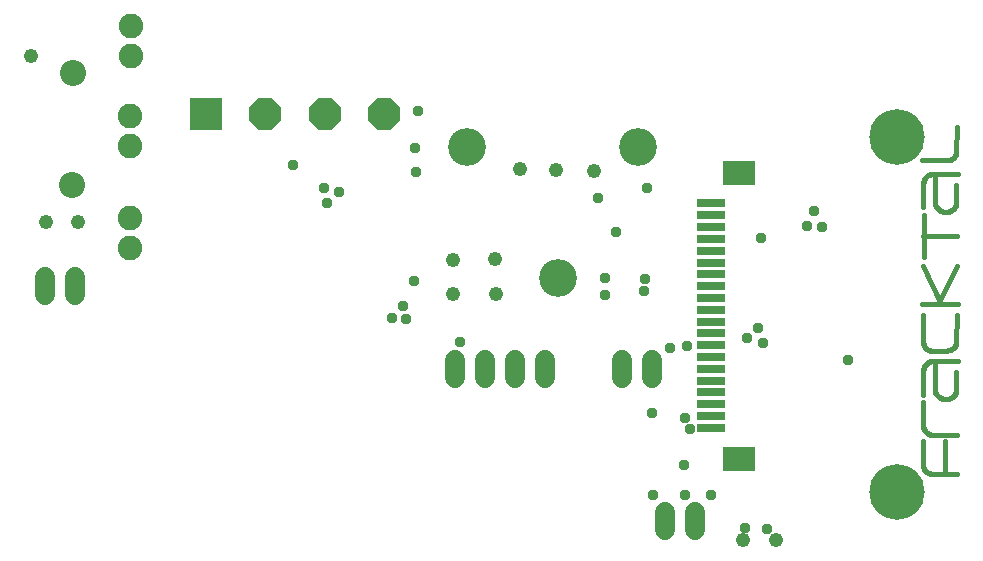
<source format=gbr>
G04 EAGLE Gerber RS-274X export*
G75*
%MOMM*%
%FSLAX34Y34*%
%LPD*%
%INSoldermask Top*%
%IPPOS*%
%AMOC8*
5,1,8,0,0,1.08239X$1,22.5*%
G01*
%ADD10C,3.203200*%
%ADD11C,2.203200*%
%ADD12C,4.703200*%
%ADD13C,2.082800*%
%ADD14R,2.743200X2.743200*%
%ADD15P,2.969212X8X22.500000*%
%ADD16R,2.403200X0.803200*%
%ADD17R,2.803200X2.003200*%
%ADD18C,1.727200*%
%ADD19C,1.219200*%
%ADD20C,0.406400*%
%ADD21C,0.959600*%


D10*
X424942Y254508D03*
X570484Y254508D03*
X502158Y143256D03*
D11*
X91440Y316738D03*
X91186Y221996D03*
D12*
X789432Y262636D03*
X789686Y-37592D03*
D13*
X140716Y331470D03*
X140716Y356870D03*
X139954Y168910D03*
X139954Y194310D03*
X140208Y255270D03*
X140208Y280670D03*
D14*
X204724Y281940D03*
D15*
X254724Y281940D03*
X304724Y281940D03*
X354724Y281940D03*
D16*
X631620Y56544D03*
X631620Y46544D03*
X631620Y66544D03*
X631620Y36544D03*
D17*
X655620Y232544D03*
X655620Y-9456D03*
D16*
X631620Y26544D03*
X631620Y16544D03*
X631620Y76544D03*
X631620Y86544D03*
X631620Y96544D03*
X631620Y106544D03*
X631620Y116544D03*
X631620Y126544D03*
X631620Y136544D03*
X631620Y146544D03*
X631620Y156544D03*
X631620Y166544D03*
X631620Y176544D03*
X631620Y186544D03*
X631620Y196544D03*
X631620Y206544D03*
D18*
X466344Y74168D02*
X466344Y58928D01*
X440944Y58928D02*
X440944Y74168D01*
X415544Y74168D02*
X415544Y58928D01*
X491744Y58928D02*
X491744Y74168D01*
X581660Y74168D02*
X581660Y58928D01*
X556260Y58928D02*
X556260Y74168D01*
X93472Y128778D02*
X93472Y144018D01*
X68072Y144018D02*
X68072Y128778D01*
X617982Y-54356D02*
X617982Y-69596D01*
X592582Y-69596D02*
X592582Y-54356D01*
D19*
X659384Y-78740D03*
X687324Y-77978D03*
X55880Y331470D03*
X470154Y235458D03*
X500888Y234696D03*
X532892Y234442D03*
X413766Y158750D03*
X449072Y159512D03*
X413512Y130302D03*
X450088Y129540D03*
X68834Y191262D03*
X95758Y191262D03*
D20*
X811784Y5588D02*
X811530Y-13970D01*
X811530Y-14732D01*
X811532Y-14916D01*
X811539Y-15100D01*
X811550Y-15284D01*
X811566Y-15467D01*
X811586Y-15650D01*
X811610Y-15833D01*
X811639Y-16015D01*
X811672Y-16196D01*
X811710Y-16376D01*
X811751Y-16556D01*
X811798Y-16734D01*
X811848Y-16911D01*
X811903Y-17087D01*
X811962Y-17261D01*
X812025Y-17434D01*
X812093Y-17605D01*
X812164Y-17775D01*
X812240Y-17943D01*
X812319Y-18109D01*
X812403Y-18273D01*
X812490Y-18435D01*
X812582Y-18595D01*
X812677Y-18753D01*
X812776Y-18908D01*
X812879Y-19061D01*
X812985Y-19211D01*
X813095Y-19359D01*
X813209Y-19504D01*
X813326Y-19646D01*
X813446Y-19785D01*
X813570Y-19921D01*
X813697Y-20055D01*
X813827Y-20185D01*
X813961Y-20312D01*
X814097Y-20436D01*
X814236Y-20556D01*
X814378Y-20673D01*
X814523Y-20787D01*
X814671Y-20897D01*
X814821Y-21003D01*
X814974Y-21106D01*
X815129Y-21205D01*
X815287Y-21300D01*
X815447Y-21392D01*
X815609Y-21479D01*
X815773Y-21563D01*
X815939Y-21642D01*
X816107Y-21718D01*
X816277Y-21789D01*
X816448Y-21857D01*
X816621Y-21920D01*
X816795Y-21979D01*
X816971Y-22034D01*
X817148Y-22084D01*
X817326Y-22131D01*
X817506Y-22172D01*
X817686Y-22210D01*
X817867Y-22243D01*
X818049Y-22272D01*
X818232Y-22296D01*
X818415Y-22316D01*
X818598Y-22332D01*
X818782Y-22343D01*
X818966Y-22350D01*
X819150Y-22352D01*
X840486Y-22352D01*
X830072Y-20066D02*
X830072Y5588D01*
X811530Y18796D02*
X811530Y38354D01*
X811530Y18796D02*
X811532Y18599D01*
X811540Y18401D01*
X811552Y18205D01*
X811568Y18008D01*
X811590Y17812D01*
X811616Y17616D01*
X811647Y17421D01*
X811683Y17227D01*
X811723Y17034D01*
X811768Y16842D01*
X811818Y16651D01*
X811872Y16461D01*
X811931Y16273D01*
X811995Y16086D01*
X812063Y15901D01*
X812135Y15717D01*
X812212Y15536D01*
X812293Y15356D01*
X812379Y15178D01*
X812469Y15002D01*
X812563Y14829D01*
X812662Y14658D01*
X812764Y14489D01*
X812871Y14323D01*
X812981Y14160D01*
X813096Y13999D01*
X813214Y13841D01*
X813336Y13686D01*
X813462Y13534D01*
X813591Y13385D01*
X813724Y13240D01*
X813861Y13097D01*
X814001Y12958D01*
X814144Y12822D01*
X814291Y12690D01*
X814441Y12562D01*
X814593Y12437D01*
X814749Y12316D01*
X814908Y12198D01*
X815069Y12085D01*
X815233Y11976D01*
X815400Y11870D01*
X815570Y11769D01*
X815741Y11672D01*
X815915Y11579D01*
X816092Y11490D01*
X816270Y11405D01*
X816450Y11325D01*
X816632Y11249D01*
X816816Y11178D01*
X817002Y11111D01*
X817189Y11049D01*
X817378Y10991D01*
X817568Y10938D01*
X817759Y10890D01*
X817952Y10846D01*
X818145Y10807D01*
X818339Y10772D01*
X818535Y10743D01*
X818730Y10718D01*
X818927Y10697D01*
X819123Y10682D01*
X819320Y10671D01*
X819518Y10665D01*
X819715Y10664D01*
X819912Y10668D01*
X840486Y10414D01*
X811784Y44704D02*
X811784Y65024D01*
X811786Y65223D01*
X811794Y65421D01*
X811806Y65619D01*
X811823Y65817D01*
X811845Y66015D01*
X811871Y66212D01*
X811903Y66408D01*
X811939Y66603D01*
X811980Y66798D01*
X812025Y66991D01*
X812076Y67183D01*
X812131Y67374D01*
X812191Y67563D01*
X812255Y67751D01*
X812324Y67938D01*
X812397Y68122D01*
X812475Y68305D01*
X812558Y68486D01*
X812644Y68664D01*
X812735Y68841D01*
X812831Y69015D01*
X812930Y69187D01*
X813034Y69357D01*
X813142Y69523D01*
X813254Y69687D01*
X813370Y69849D01*
X813490Y70007D01*
X813613Y70163D01*
X813741Y70315D01*
X813872Y70464D01*
X814007Y70610D01*
X814145Y70753D01*
X814286Y70892D01*
X814432Y71028D01*
X814580Y71160D01*
X814731Y71289D01*
X814886Y71414D01*
X815043Y71535D01*
X815204Y71652D01*
X815367Y71765D01*
X815533Y71874D01*
X815702Y71979D01*
X815873Y72080D01*
X816047Y72176D01*
X816222Y72269D01*
X816401Y72357D01*
X816581Y72441D01*
X816763Y72520D01*
X816947Y72595D01*
X817133Y72665D01*
X817320Y72731D01*
X817509Y72792D01*
X817700Y72848D01*
X817891Y72900D01*
X818084Y72947D01*
X818279Y72989D01*
X818474Y73027D01*
X818669Y73060D01*
X818866Y73088D01*
X819063Y73111D01*
X819261Y73130D01*
X819459Y73143D01*
X819658Y73152D01*
X840740Y72898D01*
X839724Y64008D02*
X839724Y49784D01*
X839721Y49569D01*
X839714Y49353D01*
X839701Y49138D01*
X839682Y48923D01*
X839659Y48709D01*
X839630Y48496D01*
X839596Y48283D01*
X839557Y48071D01*
X839513Y47860D01*
X839464Y47650D01*
X839410Y47442D01*
X839351Y47235D01*
X839287Y47029D01*
X839217Y46825D01*
X839143Y46623D01*
X839064Y46422D01*
X838980Y46224D01*
X838892Y46027D01*
X838798Y45833D01*
X838700Y45641D01*
X838598Y45452D01*
X838490Y45265D01*
X838379Y45081D01*
X838262Y44899D01*
X838142Y44721D01*
X838017Y44545D01*
X837888Y44372D01*
X837755Y44203D01*
X837618Y44037D01*
X837477Y43874D01*
X837331Y43715D01*
X837182Y43559D01*
X837030Y43407D01*
X836874Y43259D01*
X836714Y43114D01*
X836550Y42974D01*
X836384Y42837D01*
X836214Y42705D01*
X836041Y42576D01*
X835865Y42452D01*
X835686Y42332D01*
X835504Y42217D01*
X835319Y42106D01*
X835132Y41999D01*
X834942Y41898D01*
X834749Y41800D01*
X834555Y41708D01*
X834358Y41620D01*
X834159Y41537D01*
X833959Y41458D01*
X833756Y41385D01*
X833552Y41317D01*
X833346Y41253D01*
X833138Y41195D01*
X832930Y41141D01*
X832720Y41093D01*
X832509Y41050D01*
X832297Y41012D01*
X832084Y40979D01*
X831870Y40951D01*
X831656Y40928D01*
X831441Y40911D01*
X831226Y40899D01*
X831010Y40892D01*
X830795Y40890D01*
X830580Y40894D01*
X830335Y40904D01*
X830091Y40920D01*
X829848Y40941D01*
X829605Y40969D01*
X829363Y41003D01*
X829122Y41042D01*
X828881Y41088D01*
X828642Y41139D01*
X828405Y41196D01*
X828168Y41259D01*
X827934Y41327D01*
X827701Y41401D01*
X827470Y41481D01*
X827241Y41567D01*
X827014Y41658D01*
X826789Y41754D01*
X826567Y41856D01*
X826348Y41964D01*
X826131Y42076D01*
X825917Y42194D01*
X825705Y42318D01*
X825497Y42446D01*
X825292Y42579D01*
X825091Y42717D01*
X824893Y42860D01*
X824698Y43008D01*
X824507Y43161D01*
X824320Y43318D01*
X824137Y43480D01*
X823957Y43646D01*
X823782Y43817D01*
X823611Y43991D01*
X823444Y44170D01*
X823282Y44353D01*
X823124Y44540D01*
X822971Y44730D01*
X822823Y44924D01*
X822679Y45122D01*
X822540Y45323D01*
X822406Y45528D01*
X822277Y45736D01*
X822154Y45946D01*
X822035Y46160D01*
X821922Y46377D01*
X821814Y46596D01*
X821711Y46818D01*
X821614Y47042D01*
X821522Y47269D01*
X821436Y47498D01*
X821436Y71120D01*
X811530Y89662D02*
X811530Y112014D01*
X811530Y89662D02*
X811532Y89469D01*
X811539Y89275D01*
X811551Y89082D01*
X811568Y88890D01*
X811589Y88697D01*
X811615Y88506D01*
X811646Y88315D01*
X811681Y88125D01*
X811721Y87935D01*
X811765Y87747D01*
X811814Y87560D01*
X811868Y87374D01*
X811926Y87190D01*
X811989Y87007D01*
X812056Y86826D01*
X812128Y86646D01*
X812204Y86468D01*
X812284Y86292D01*
X812368Y86118D01*
X812457Y85946D01*
X812550Y85777D01*
X812647Y85610D01*
X812748Y85445D01*
X812854Y85282D01*
X812963Y85123D01*
X813076Y84966D01*
X813192Y84811D01*
X813313Y84660D01*
X813437Y84512D01*
X813565Y84367D01*
X813696Y84225D01*
X813831Y84086D01*
X813969Y83950D01*
X814110Y83818D01*
X814254Y83690D01*
X814402Y83565D01*
X814553Y83443D01*
X814706Y83326D01*
X814863Y83212D01*
X815022Y83102D01*
X815183Y82996D01*
X815348Y82894D01*
X815514Y82796D01*
X815683Y82702D01*
X815855Y82612D01*
X816028Y82527D01*
X816204Y82446D01*
X816381Y82369D01*
X816560Y82296D01*
X816741Y82228D01*
X816924Y82164D01*
X817108Y82105D01*
X817294Y82050D01*
X817480Y82000D01*
X817668Y81955D01*
X817857Y81914D01*
X818047Y81877D01*
X818238Y81846D01*
X818430Y81819D01*
X818622Y81796D01*
X818814Y81779D01*
X819007Y81766D01*
X819200Y81758D01*
X819394Y81754D01*
X819587Y81755D01*
X819781Y81761D01*
X819974Y81772D01*
X820166Y81788D01*
X831596Y82042D01*
X831801Y82049D01*
X832006Y82061D01*
X832211Y82078D01*
X832415Y82100D01*
X832619Y82127D01*
X832821Y82159D01*
X833023Y82195D01*
X833224Y82237D01*
X833424Y82284D01*
X833623Y82335D01*
X833821Y82391D01*
X834017Y82452D01*
X834211Y82517D01*
X834404Y82588D01*
X834595Y82663D01*
X834785Y82742D01*
X834972Y82826D01*
X835157Y82915D01*
X835340Y83008D01*
X835521Y83105D01*
X835699Y83207D01*
X835875Y83313D01*
X836048Y83424D01*
X836218Y83538D01*
X836386Y83657D01*
X836551Y83780D01*
X836712Y83906D01*
X836871Y84037D01*
X837026Y84171D01*
X837178Y84309D01*
X837327Y84451D01*
X837472Y84596D01*
X837613Y84745D01*
X837751Y84897D01*
X837885Y85052D01*
X838016Y85211D01*
X838142Y85372D01*
X838265Y85537D01*
X838383Y85705D01*
X838498Y85875D01*
X838608Y86048D01*
X838714Y86224D01*
X838816Y86402D01*
X838913Y86583D01*
X839006Y86766D01*
X839095Y86951D01*
X839179Y87139D01*
X839258Y87328D01*
X839333Y87519D01*
X839403Y87712D01*
X839469Y87907D01*
X839530Y88103D01*
X839585Y88300D01*
X839637Y88499D01*
X839683Y88699D01*
X839724Y88900D01*
X839978Y112014D01*
X826770Y121666D02*
X810514Y121666D01*
X826770Y121666D02*
X840740Y121666D01*
X826770Y121666D02*
X811530Y153670D01*
X840232Y153670D02*
X825754Y124460D01*
X812038Y161290D02*
X812038Y196850D01*
X811784Y179324D02*
X840486Y179324D01*
X811784Y203200D02*
X811784Y223520D01*
X811786Y223719D01*
X811794Y223917D01*
X811806Y224115D01*
X811823Y224313D01*
X811845Y224511D01*
X811871Y224708D01*
X811903Y224904D01*
X811939Y225099D01*
X811980Y225294D01*
X812025Y225487D01*
X812076Y225679D01*
X812131Y225870D01*
X812191Y226059D01*
X812255Y226247D01*
X812324Y226434D01*
X812397Y226618D01*
X812475Y226801D01*
X812558Y226982D01*
X812644Y227160D01*
X812735Y227337D01*
X812831Y227511D01*
X812930Y227683D01*
X813034Y227853D01*
X813142Y228019D01*
X813254Y228183D01*
X813370Y228345D01*
X813490Y228503D01*
X813613Y228659D01*
X813741Y228811D01*
X813872Y228960D01*
X814007Y229106D01*
X814145Y229249D01*
X814286Y229388D01*
X814432Y229524D01*
X814580Y229656D01*
X814731Y229785D01*
X814886Y229910D01*
X815043Y230031D01*
X815204Y230148D01*
X815367Y230261D01*
X815533Y230370D01*
X815702Y230475D01*
X815873Y230576D01*
X816047Y230672D01*
X816222Y230765D01*
X816401Y230853D01*
X816581Y230937D01*
X816763Y231016D01*
X816947Y231091D01*
X817133Y231161D01*
X817320Y231227D01*
X817509Y231288D01*
X817700Y231344D01*
X817891Y231396D01*
X818084Y231443D01*
X818279Y231485D01*
X818474Y231523D01*
X818669Y231556D01*
X818866Y231584D01*
X819063Y231607D01*
X819261Y231626D01*
X819459Y231639D01*
X819658Y231648D01*
X840740Y231394D01*
X839724Y222504D02*
X839724Y208280D01*
X839721Y208065D01*
X839714Y207849D01*
X839701Y207634D01*
X839682Y207419D01*
X839659Y207205D01*
X839630Y206992D01*
X839596Y206779D01*
X839557Y206567D01*
X839513Y206356D01*
X839464Y206146D01*
X839410Y205938D01*
X839351Y205731D01*
X839287Y205525D01*
X839217Y205321D01*
X839143Y205119D01*
X839064Y204918D01*
X838980Y204720D01*
X838892Y204523D01*
X838798Y204329D01*
X838700Y204137D01*
X838598Y203948D01*
X838490Y203761D01*
X838379Y203577D01*
X838262Y203395D01*
X838142Y203217D01*
X838017Y203041D01*
X837888Y202868D01*
X837755Y202699D01*
X837618Y202533D01*
X837477Y202370D01*
X837331Y202211D01*
X837182Y202055D01*
X837030Y201903D01*
X836874Y201755D01*
X836714Y201610D01*
X836550Y201470D01*
X836384Y201333D01*
X836214Y201201D01*
X836041Y201072D01*
X835865Y200948D01*
X835686Y200828D01*
X835504Y200713D01*
X835319Y200602D01*
X835132Y200495D01*
X834942Y200394D01*
X834749Y200296D01*
X834555Y200204D01*
X834358Y200116D01*
X834159Y200033D01*
X833959Y199954D01*
X833756Y199881D01*
X833552Y199813D01*
X833346Y199749D01*
X833138Y199691D01*
X832930Y199637D01*
X832720Y199589D01*
X832509Y199546D01*
X832297Y199508D01*
X832084Y199475D01*
X831870Y199447D01*
X831656Y199424D01*
X831441Y199407D01*
X831226Y199395D01*
X831010Y199388D01*
X830795Y199386D01*
X830580Y199390D01*
X830335Y199400D01*
X830091Y199416D01*
X829848Y199437D01*
X829605Y199465D01*
X829363Y199499D01*
X829122Y199538D01*
X828881Y199584D01*
X828642Y199635D01*
X828405Y199692D01*
X828168Y199755D01*
X827934Y199823D01*
X827701Y199897D01*
X827470Y199977D01*
X827241Y200063D01*
X827014Y200154D01*
X826789Y200250D01*
X826567Y200352D01*
X826348Y200460D01*
X826131Y200572D01*
X825917Y200690D01*
X825705Y200814D01*
X825497Y200942D01*
X825292Y201075D01*
X825091Y201213D01*
X824893Y201356D01*
X824698Y201504D01*
X824507Y201657D01*
X824320Y201814D01*
X824137Y201976D01*
X823957Y202142D01*
X823782Y202313D01*
X823611Y202487D01*
X823444Y202666D01*
X823282Y202849D01*
X823124Y203036D01*
X822971Y203226D01*
X822823Y203420D01*
X822679Y203618D01*
X822540Y203819D01*
X822406Y204024D01*
X822277Y204232D01*
X822154Y204442D01*
X822035Y204656D01*
X821922Y204873D01*
X821814Y205092D01*
X821711Y205314D01*
X821614Y205538D01*
X821522Y205765D01*
X821436Y205994D01*
X821436Y229616D01*
X831596Y243078D02*
X810260Y243078D01*
X831596Y243078D02*
X831796Y243080D01*
X831997Y243088D01*
X832197Y243100D01*
X832396Y243117D01*
X832596Y243139D01*
X832794Y243166D01*
X832992Y243198D01*
X833189Y243235D01*
X833385Y243276D01*
X833580Y243323D01*
X833774Y243374D01*
X833967Y243430D01*
X834158Y243490D01*
X834347Y243555D01*
X834535Y243625D01*
X834721Y243700D01*
X834905Y243779D01*
X835088Y243862D01*
X835268Y243950D01*
X835446Y244042D01*
X835621Y244139D01*
X835794Y244240D01*
X835965Y244345D01*
X836133Y244454D01*
X836298Y244568D01*
X836461Y244685D01*
X836620Y244806D01*
X836777Y244932D01*
X836930Y245061D01*
X837080Y245193D01*
X837227Y245330D01*
X837371Y245470D01*
X837511Y245613D01*
X837647Y245760D01*
X837780Y245910D01*
X837909Y246064D01*
X838034Y246220D01*
X838155Y246379D01*
X838273Y246542D01*
X838386Y246707D01*
X838496Y246875D01*
X838601Y247046D01*
X838702Y247219D01*
X838798Y247395D01*
X838891Y247572D01*
X838979Y247753D01*
X839062Y247935D01*
X839141Y248119D01*
X839215Y248305D01*
X839285Y248493D01*
X839351Y248682D01*
X839411Y248874D01*
X839467Y249066D01*
X839518Y249260D01*
X839564Y249455D01*
X839606Y249651D01*
X839643Y249848D01*
X839674Y250046D01*
X839701Y250244D01*
X839724Y250444D01*
X839978Y271272D01*
D21*
X614172Y15240D03*
X382016Y233172D03*
X380746Y141224D03*
X608838Y-15240D03*
X748030Y74422D03*
X660908Y-67818D03*
X679196Y-69342D03*
X383540Y284480D03*
X611378Y85598D03*
X674370Y177546D03*
X581874Y29170D03*
X583184Y-40132D03*
X610136Y-39878D03*
X632246Y-40092D03*
X610108Y24638D03*
X597154Y84582D03*
X551434Y182400D03*
X381254Y253492D03*
X576072Y142748D03*
X542036Y143256D03*
X419100Y88900D03*
X575310Y132080D03*
X541782Y129286D03*
X277876Y239268D03*
X577342Y219964D03*
X304546Y219456D03*
X718820Y200406D03*
X712978Y187452D03*
X725932Y186944D03*
X317246Y215900D03*
X306832Y207264D03*
X535940Y210820D03*
X373634Y108712D03*
X675640Y88138D03*
X662178Y92710D03*
X671576Y100838D03*
X362204Y109982D03*
X371348Y119888D03*
M02*

</source>
